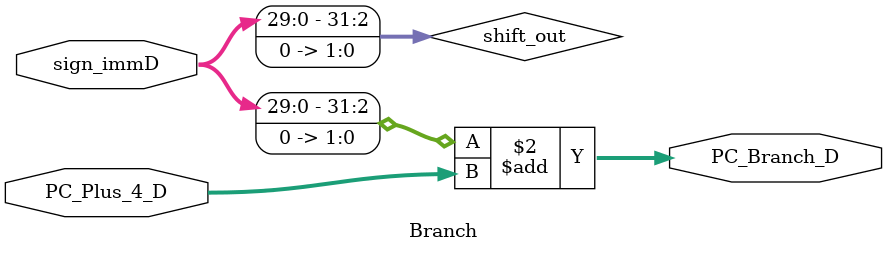
<source format=v>
module Branch (sign_immD,PC_Plus_4_D,PC_Branch_D);
input [31:0] sign_immD,PC_Plus_4_D;
output [31:0] PC_Branch_D;
// Internal Wires
wire [31:0] shift_out;

assign shift_out  = sign_immD << 2;
assign PC_Branch_D =  shift_out + PC_Plus_4_D;
    
endmodule
</source>
